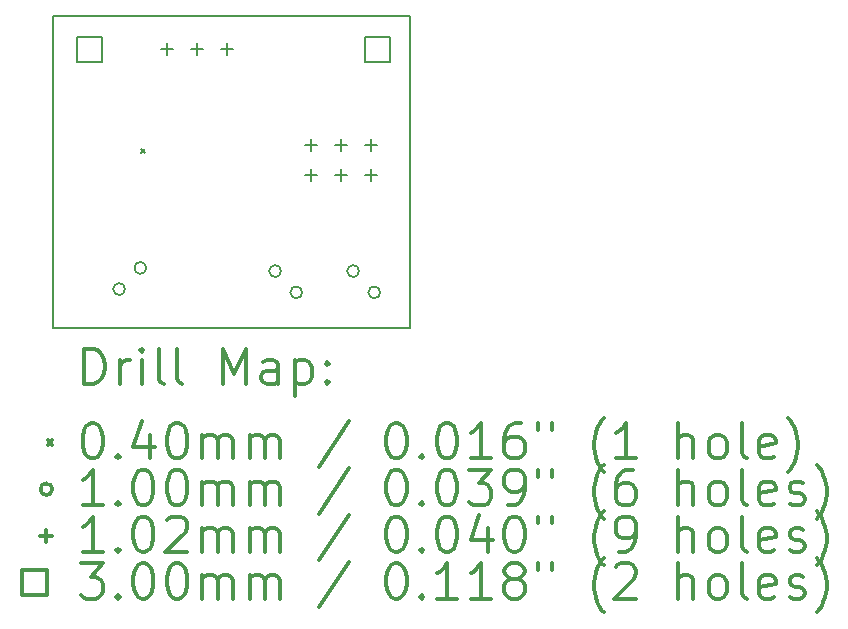
<source format=gbr>
%FSLAX45Y45*%
G04 Gerber Fmt 4.5, Leading zero omitted, Abs format (unit mm)*
G04 Created by KiCad (PCBNEW 4.0.1-stable) date Tuesday, March 29, 2016 'AMt' 12:48:42 AM*
%MOMM*%
G01*
G04 APERTURE LIST*
%ADD10C,0.127000*%
%ADD11C,0.150000*%
%ADD12C,0.200000*%
%ADD13C,0.300000*%
G04 APERTURE END LIST*
D10*
D11*
X12293600Y-9474200D02*
X12293600Y-10185400D01*
X15316200Y-9474200D02*
X12293600Y-9474200D01*
X15316200Y-12115800D02*
X15316200Y-9474200D01*
X12293600Y-12115800D02*
X15316200Y-12115800D01*
X12293600Y-10185400D02*
X12293600Y-12115800D01*
D12*
X13035600Y-10597200D02*
X13075600Y-10637200D01*
X13075600Y-10597200D02*
X13035600Y-10637200D01*
X12902438Y-11785600D02*
G75*
G03X12902438Y-11785600I-50038J0D01*
G01*
X13082043Y-11605995D02*
G75*
G03X13082043Y-11605995I-50038J0D01*
G01*
X14223238Y-11633200D02*
G75*
G03X14223238Y-11633200I-50038J0D01*
G01*
X14402843Y-11812805D02*
G75*
G03X14402843Y-11812805I-50038J0D01*
G01*
X14883638Y-11633200D02*
G75*
G03X14883638Y-11633200I-50038J0D01*
G01*
X15063243Y-11812805D02*
G75*
G03X15063243Y-11812805I-50038J0D01*
G01*
X13258800Y-9702800D02*
X13258800Y-9804400D01*
X13208000Y-9753600D02*
X13309600Y-9753600D01*
X13512800Y-9702800D02*
X13512800Y-9804400D01*
X13462000Y-9753600D02*
X13563600Y-9753600D01*
X13766800Y-9702800D02*
X13766800Y-9804400D01*
X13716000Y-9753600D02*
X13817600Y-9753600D01*
X14478000Y-10515600D02*
X14478000Y-10617200D01*
X14427200Y-10566400D02*
X14528800Y-10566400D01*
X14478000Y-10769600D02*
X14478000Y-10871200D01*
X14427200Y-10820400D02*
X14528800Y-10820400D01*
X14732000Y-10515600D02*
X14732000Y-10617200D01*
X14681200Y-10566400D02*
X14782800Y-10566400D01*
X14732000Y-10769600D02*
X14732000Y-10871200D01*
X14681200Y-10820400D02*
X14782800Y-10820400D01*
X14986000Y-10515600D02*
X14986000Y-10617200D01*
X14935200Y-10566400D02*
X15036800Y-10566400D01*
X14986000Y-10769600D02*
X14986000Y-10871200D01*
X14935200Y-10820400D02*
X15036800Y-10820400D01*
X12704467Y-9859667D02*
X12704467Y-9647533D01*
X12492333Y-9647533D01*
X12492333Y-9859667D01*
X12704467Y-9859667D01*
X15142867Y-9859667D02*
X15142867Y-9647533D01*
X14930733Y-9647533D01*
X14930733Y-9859667D01*
X15142867Y-9859667D01*
D13*
X12557528Y-12589014D02*
X12557528Y-12289014D01*
X12628957Y-12289014D01*
X12671814Y-12303300D01*
X12700386Y-12331871D01*
X12714671Y-12360443D01*
X12728957Y-12417586D01*
X12728957Y-12460443D01*
X12714671Y-12517586D01*
X12700386Y-12546157D01*
X12671814Y-12574729D01*
X12628957Y-12589014D01*
X12557528Y-12589014D01*
X12857528Y-12589014D02*
X12857528Y-12389014D01*
X12857528Y-12446157D02*
X12871814Y-12417586D01*
X12886100Y-12403300D01*
X12914671Y-12389014D01*
X12943243Y-12389014D01*
X13043243Y-12589014D02*
X13043243Y-12389014D01*
X13043243Y-12289014D02*
X13028957Y-12303300D01*
X13043243Y-12317586D01*
X13057528Y-12303300D01*
X13043243Y-12289014D01*
X13043243Y-12317586D01*
X13228957Y-12589014D02*
X13200386Y-12574729D01*
X13186100Y-12546157D01*
X13186100Y-12289014D01*
X13386100Y-12589014D02*
X13357528Y-12574729D01*
X13343243Y-12546157D01*
X13343243Y-12289014D01*
X13728957Y-12589014D02*
X13728957Y-12289014D01*
X13828957Y-12503300D01*
X13928957Y-12289014D01*
X13928957Y-12589014D01*
X14200386Y-12589014D02*
X14200386Y-12431871D01*
X14186100Y-12403300D01*
X14157528Y-12389014D01*
X14100386Y-12389014D01*
X14071814Y-12403300D01*
X14200386Y-12574729D02*
X14171814Y-12589014D01*
X14100386Y-12589014D01*
X14071814Y-12574729D01*
X14057528Y-12546157D01*
X14057528Y-12517586D01*
X14071814Y-12489014D01*
X14100386Y-12474729D01*
X14171814Y-12474729D01*
X14200386Y-12460443D01*
X14343243Y-12389014D02*
X14343243Y-12689014D01*
X14343243Y-12403300D02*
X14371814Y-12389014D01*
X14428957Y-12389014D01*
X14457528Y-12403300D01*
X14471814Y-12417586D01*
X14486100Y-12446157D01*
X14486100Y-12531871D01*
X14471814Y-12560443D01*
X14457528Y-12574729D01*
X14428957Y-12589014D01*
X14371814Y-12589014D01*
X14343243Y-12574729D01*
X14614671Y-12560443D02*
X14628957Y-12574729D01*
X14614671Y-12589014D01*
X14600386Y-12574729D01*
X14614671Y-12560443D01*
X14614671Y-12589014D01*
X14614671Y-12403300D02*
X14628957Y-12417586D01*
X14614671Y-12431871D01*
X14600386Y-12417586D01*
X14614671Y-12403300D01*
X14614671Y-12431871D01*
X12246100Y-13063300D02*
X12286100Y-13103300D01*
X12286100Y-13063300D02*
X12246100Y-13103300D01*
X12614671Y-12919014D02*
X12643243Y-12919014D01*
X12671814Y-12933300D01*
X12686100Y-12947586D01*
X12700386Y-12976157D01*
X12714671Y-13033300D01*
X12714671Y-13104729D01*
X12700386Y-13161871D01*
X12686100Y-13190443D01*
X12671814Y-13204729D01*
X12643243Y-13219014D01*
X12614671Y-13219014D01*
X12586100Y-13204729D01*
X12571814Y-13190443D01*
X12557528Y-13161871D01*
X12543243Y-13104729D01*
X12543243Y-13033300D01*
X12557528Y-12976157D01*
X12571814Y-12947586D01*
X12586100Y-12933300D01*
X12614671Y-12919014D01*
X12843243Y-13190443D02*
X12857528Y-13204729D01*
X12843243Y-13219014D01*
X12828957Y-13204729D01*
X12843243Y-13190443D01*
X12843243Y-13219014D01*
X13114671Y-13019014D02*
X13114671Y-13219014D01*
X13043243Y-12904729D02*
X12971814Y-13119014D01*
X13157528Y-13119014D01*
X13328957Y-12919014D02*
X13357528Y-12919014D01*
X13386100Y-12933300D01*
X13400386Y-12947586D01*
X13414671Y-12976157D01*
X13428957Y-13033300D01*
X13428957Y-13104729D01*
X13414671Y-13161871D01*
X13400386Y-13190443D01*
X13386100Y-13204729D01*
X13357528Y-13219014D01*
X13328957Y-13219014D01*
X13300386Y-13204729D01*
X13286100Y-13190443D01*
X13271814Y-13161871D01*
X13257528Y-13104729D01*
X13257528Y-13033300D01*
X13271814Y-12976157D01*
X13286100Y-12947586D01*
X13300386Y-12933300D01*
X13328957Y-12919014D01*
X13557528Y-13219014D02*
X13557528Y-13019014D01*
X13557528Y-13047586D02*
X13571814Y-13033300D01*
X13600386Y-13019014D01*
X13643243Y-13019014D01*
X13671814Y-13033300D01*
X13686100Y-13061871D01*
X13686100Y-13219014D01*
X13686100Y-13061871D02*
X13700386Y-13033300D01*
X13728957Y-13019014D01*
X13771814Y-13019014D01*
X13800386Y-13033300D01*
X13814671Y-13061871D01*
X13814671Y-13219014D01*
X13957528Y-13219014D02*
X13957528Y-13019014D01*
X13957528Y-13047586D02*
X13971814Y-13033300D01*
X14000386Y-13019014D01*
X14043243Y-13019014D01*
X14071814Y-13033300D01*
X14086100Y-13061871D01*
X14086100Y-13219014D01*
X14086100Y-13061871D02*
X14100386Y-13033300D01*
X14128957Y-13019014D01*
X14171814Y-13019014D01*
X14200386Y-13033300D01*
X14214671Y-13061871D01*
X14214671Y-13219014D01*
X14800386Y-12904729D02*
X14543243Y-13290443D01*
X15186100Y-12919014D02*
X15214671Y-12919014D01*
X15243243Y-12933300D01*
X15257528Y-12947586D01*
X15271814Y-12976157D01*
X15286100Y-13033300D01*
X15286100Y-13104729D01*
X15271814Y-13161871D01*
X15257528Y-13190443D01*
X15243243Y-13204729D01*
X15214671Y-13219014D01*
X15186100Y-13219014D01*
X15157528Y-13204729D01*
X15143243Y-13190443D01*
X15128957Y-13161871D01*
X15114671Y-13104729D01*
X15114671Y-13033300D01*
X15128957Y-12976157D01*
X15143243Y-12947586D01*
X15157528Y-12933300D01*
X15186100Y-12919014D01*
X15414671Y-13190443D02*
X15428957Y-13204729D01*
X15414671Y-13219014D01*
X15400386Y-13204729D01*
X15414671Y-13190443D01*
X15414671Y-13219014D01*
X15614671Y-12919014D02*
X15643243Y-12919014D01*
X15671814Y-12933300D01*
X15686100Y-12947586D01*
X15700385Y-12976157D01*
X15714671Y-13033300D01*
X15714671Y-13104729D01*
X15700385Y-13161871D01*
X15686100Y-13190443D01*
X15671814Y-13204729D01*
X15643243Y-13219014D01*
X15614671Y-13219014D01*
X15586100Y-13204729D01*
X15571814Y-13190443D01*
X15557528Y-13161871D01*
X15543243Y-13104729D01*
X15543243Y-13033300D01*
X15557528Y-12976157D01*
X15571814Y-12947586D01*
X15586100Y-12933300D01*
X15614671Y-12919014D01*
X16000385Y-13219014D02*
X15828957Y-13219014D01*
X15914671Y-13219014D02*
X15914671Y-12919014D01*
X15886100Y-12961871D01*
X15857528Y-12990443D01*
X15828957Y-13004729D01*
X16257528Y-12919014D02*
X16200385Y-12919014D01*
X16171814Y-12933300D01*
X16157528Y-12947586D01*
X16128957Y-12990443D01*
X16114671Y-13047586D01*
X16114671Y-13161871D01*
X16128957Y-13190443D01*
X16143243Y-13204729D01*
X16171814Y-13219014D01*
X16228957Y-13219014D01*
X16257528Y-13204729D01*
X16271814Y-13190443D01*
X16286100Y-13161871D01*
X16286100Y-13090443D01*
X16271814Y-13061871D01*
X16257528Y-13047586D01*
X16228957Y-13033300D01*
X16171814Y-13033300D01*
X16143243Y-13047586D01*
X16128957Y-13061871D01*
X16114671Y-13090443D01*
X16400386Y-12919014D02*
X16400386Y-12976157D01*
X16514671Y-12919014D02*
X16514671Y-12976157D01*
X16957528Y-13333300D02*
X16943243Y-13319014D01*
X16914671Y-13276157D01*
X16900386Y-13247586D01*
X16886100Y-13204729D01*
X16871814Y-13133300D01*
X16871814Y-13076157D01*
X16886100Y-13004729D01*
X16900386Y-12961871D01*
X16914671Y-12933300D01*
X16943243Y-12890443D01*
X16957528Y-12876157D01*
X17228957Y-13219014D02*
X17057528Y-13219014D01*
X17143243Y-13219014D02*
X17143243Y-12919014D01*
X17114671Y-12961871D01*
X17086100Y-12990443D01*
X17057528Y-13004729D01*
X17586100Y-13219014D02*
X17586100Y-12919014D01*
X17714671Y-13219014D02*
X17714671Y-13061871D01*
X17700386Y-13033300D01*
X17671814Y-13019014D01*
X17628957Y-13019014D01*
X17600386Y-13033300D01*
X17586100Y-13047586D01*
X17900386Y-13219014D02*
X17871814Y-13204729D01*
X17857528Y-13190443D01*
X17843243Y-13161871D01*
X17843243Y-13076157D01*
X17857528Y-13047586D01*
X17871814Y-13033300D01*
X17900386Y-13019014D01*
X17943243Y-13019014D01*
X17971814Y-13033300D01*
X17986100Y-13047586D01*
X18000386Y-13076157D01*
X18000386Y-13161871D01*
X17986100Y-13190443D01*
X17971814Y-13204729D01*
X17943243Y-13219014D01*
X17900386Y-13219014D01*
X18171814Y-13219014D02*
X18143243Y-13204729D01*
X18128957Y-13176157D01*
X18128957Y-12919014D01*
X18400386Y-13204729D02*
X18371814Y-13219014D01*
X18314671Y-13219014D01*
X18286100Y-13204729D01*
X18271814Y-13176157D01*
X18271814Y-13061871D01*
X18286100Y-13033300D01*
X18314671Y-13019014D01*
X18371814Y-13019014D01*
X18400386Y-13033300D01*
X18414671Y-13061871D01*
X18414671Y-13090443D01*
X18271814Y-13119014D01*
X18514671Y-13333300D02*
X18528957Y-13319014D01*
X18557529Y-13276157D01*
X18571814Y-13247586D01*
X18586100Y-13204729D01*
X18600386Y-13133300D01*
X18600386Y-13076157D01*
X18586100Y-13004729D01*
X18571814Y-12961871D01*
X18557529Y-12933300D01*
X18528957Y-12890443D01*
X18514671Y-12876157D01*
X12286100Y-13479300D02*
G75*
G03X12286100Y-13479300I-50038J0D01*
G01*
X12714671Y-13615014D02*
X12543243Y-13615014D01*
X12628957Y-13615014D02*
X12628957Y-13315014D01*
X12600386Y-13357871D01*
X12571814Y-13386443D01*
X12543243Y-13400729D01*
X12843243Y-13586443D02*
X12857528Y-13600729D01*
X12843243Y-13615014D01*
X12828957Y-13600729D01*
X12843243Y-13586443D01*
X12843243Y-13615014D01*
X13043243Y-13315014D02*
X13071814Y-13315014D01*
X13100386Y-13329300D01*
X13114671Y-13343586D01*
X13128957Y-13372157D01*
X13143243Y-13429300D01*
X13143243Y-13500729D01*
X13128957Y-13557871D01*
X13114671Y-13586443D01*
X13100386Y-13600729D01*
X13071814Y-13615014D01*
X13043243Y-13615014D01*
X13014671Y-13600729D01*
X13000386Y-13586443D01*
X12986100Y-13557871D01*
X12971814Y-13500729D01*
X12971814Y-13429300D01*
X12986100Y-13372157D01*
X13000386Y-13343586D01*
X13014671Y-13329300D01*
X13043243Y-13315014D01*
X13328957Y-13315014D02*
X13357528Y-13315014D01*
X13386100Y-13329300D01*
X13400386Y-13343586D01*
X13414671Y-13372157D01*
X13428957Y-13429300D01*
X13428957Y-13500729D01*
X13414671Y-13557871D01*
X13400386Y-13586443D01*
X13386100Y-13600729D01*
X13357528Y-13615014D01*
X13328957Y-13615014D01*
X13300386Y-13600729D01*
X13286100Y-13586443D01*
X13271814Y-13557871D01*
X13257528Y-13500729D01*
X13257528Y-13429300D01*
X13271814Y-13372157D01*
X13286100Y-13343586D01*
X13300386Y-13329300D01*
X13328957Y-13315014D01*
X13557528Y-13615014D02*
X13557528Y-13415014D01*
X13557528Y-13443586D02*
X13571814Y-13429300D01*
X13600386Y-13415014D01*
X13643243Y-13415014D01*
X13671814Y-13429300D01*
X13686100Y-13457871D01*
X13686100Y-13615014D01*
X13686100Y-13457871D02*
X13700386Y-13429300D01*
X13728957Y-13415014D01*
X13771814Y-13415014D01*
X13800386Y-13429300D01*
X13814671Y-13457871D01*
X13814671Y-13615014D01*
X13957528Y-13615014D02*
X13957528Y-13415014D01*
X13957528Y-13443586D02*
X13971814Y-13429300D01*
X14000386Y-13415014D01*
X14043243Y-13415014D01*
X14071814Y-13429300D01*
X14086100Y-13457871D01*
X14086100Y-13615014D01*
X14086100Y-13457871D02*
X14100386Y-13429300D01*
X14128957Y-13415014D01*
X14171814Y-13415014D01*
X14200386Y-13429300D01*
X14214671Y-13457871D01*
X14214671Y-13615014D01*
X14800386Y-13300729D02*
X14543243Y-13686443D01*
X15186100Y-13315014D02*
X15214671Y-13315014D01*
X15243243Y-13329300D01*
X15257528Y-13343586D01*
X15271814Y-13372157D01*
X15286100Y-13429300D01*
X15286100Y-13500729D01*
X15271814Y-13557871D01*
X15257528Y-13586443D01*
X15243243Y-13600729D01*
X15214671Y-13615014D01*
X15186100Y-13615014D01*
X15157528Y-13600729D01*
X15143243Y-13586443D01*
X15128957Y-13557871D01*
X15114671Y-13500729D01*
X15114671Y-13429300D01*
X15128957Y-13372157D01*
X15143243Y-13343586D01*
X15157528Y-13329300D01*
X15186100Y-13315014D01*
X15414671Y-13586443D02*
X15428957Y-13600729D01*
X15414671Y-13615014D01*
X15400386Y-13600729D01*
X15414671Y-13586443D01*
X15414671Y-13615014D01*
X15614671Y-13315014D02*
X15643243Y-13315014D01*
X15671814Y-13329300D01*
X15686100Y-13343586D01*
X15700385Y-13372157D01*
X15714671Y-13429300D01*
X15714671Y-13500729D01*
X15700385Y-13557871D01*
X15686100Y-13586443D01*
X15671814Y-13600729D01*
X15643243Y-13615014D01*
X15614671Y-13615014D01*
X15586100Y-13600729D01*
X15571814Y-13586443D01*
X15557528Y-13557871D01*
X15543243Y-13500729D01*
X15543243Y-13429300D01*
X15557528Y-13372157D01*
X15571814Y-13343586D01*
X15586100Y-13329300D01*
X15614671Y-13315014D01*
X15814671Y-13315014D02*
X16000385Y-13315014D01*
X15900385Y-13429300D01*
X15943243Y-13429300D01*
X15971814Y-13443586D01*
X15986100Y-13457871D01*
X16000385Y-13486443D01*
X16000385Y-13557871D01*
X15986100Y-13586443D01*
X15971814Y-13600729D01*
X15943243Y-13615014D01*
X15857528Y-13615014D01*
X15828957Y-13600729D01*
X15814671Y-13586443D01*
X16143243Y-13615014D02*
X16200385Y-13615014D01*
X16228957Y-13600729D01*
X16243243Y-13586443D01*
X16271814Y-13543586D01*
X16286100Y-13486443D01*
X16286100Y-13372157D01*
X16271814Y-13343586D01*
X16257528Y-13329300D01*
X16228957Y-13315014D01*
X16171814Y-13315014D01*
X16143243Y-13329300D01*
X16128957Y-13343586D01*
X16114671Y-13372157D01*
X16114671Y-13443586D01*
X16128957Y-13472157D01*
X16143243Y-13486443D01*
X16171814Y-13500729D01*
X16228957Y-13500729D01*
X16257528Y-13486443D01*
X16271814Y-13472157D01*
X16286100Y-13443586D01*
X16400386Y-13315014D02*
X16400386Y-13372157D01*
X16514671Y-13315014D02*
X16514671Y-13372157D01*
X16957528Y-13729300D02*
X16943243Y-13715014D01*
X16914671Y-13672157D01*
X16900386Y-13643586D01*
X16886100Y-13600729D01*
X16871814Y-13529300D01*
X16871814Y-13472157D01*
X16886100Y-13400729D01*
X16900386Y-13357871D01*
X16914671Y-13329300D01*
X16943243Y-13286443D01*
X16957528Y-13272157D01*
X17200386Y-13315014D02*
X17143243Y-13315014D01*
X17114671Y-13329300D01*
X17100386Y-13343586D01*
X17071814Y-13386443D01*
X17057528Y-13443586D01*
X17057528Y-13557871D01*
X17071814Y-13586443D01*
X17086100Y-13600729D01*
X17114671Y-13615014D01*
X17171814Y-13615014D01*
X17200386Y-13600729D01*
X17214671Y-13586443D01*
X17228957Y-13557871D01*
X17228957Y-13486443D01*
X17214671Y-13457871D01*
X17200386Y-13443586D01*
X17171814Y-13429300D01*
X17114671Y-13429300D01*
X17086100Y-13443586D01*
X17071814Y-13457871D01*
X17057528Y-13486443D01*
X17586100Y-13615014D02*
X17586100Y-13315014D01*
X17714671Y-13615014D02*
X17714671Y-13457871D01*
X17700386Y-13429300D01*
X17671814Y-13415014D01*
X17628957Y-13415014D01*
X17600386Y-13429300D01*
X17586100Y-13443586D01*
X17900386Y-13615014D02*
X17871814Y-13600729D01*
X17857528Y-13586443D01*
X17843243Y-13557871D01*
X17843243Y-13472157D01*
X17857528Y-13443586D01*
X17871814Y-13429300D01*
X17900386Y-13415014D01*
X17943243Y-13415014D01*
X17971814Y-13429300D01*
X17986100Y-13443586D01*
X18000386Y-13472157D01*
X18000386Y-13557871D01*
X17986100Y-13586443D01*
X17971814Y-13600729D01*
X17943243Y-13615014D01*
X17900386Y-13615014D01*
X18171814Y-13615014D02*
X18143243Y-13600729D01*
X18128957Y-13572157D01*
X18128957Y-13315014D01*
X18400386Y-13600729D02*
X18371814Y-13615014D01*
X18314671Y-13615014D01*
X18286100Y-13600729D01*
X18271814Y-13572157D01*
X18271814Y-13457871D01*
X18286100Y-13429300D01*
X18314671Y-13415014D01*
X18371814Y-13415014D01*
X18400386Y-13429300D01*
X18414671Y-13457871D01*
X18414671Y-13486443D01*
X18271814Y-13515014D01*
X18528957Y-13600729D02*
X18557529Y-13615014D01*
X18614671Y-13615014D01*
X18643243Y-13600729D01*
X18657529Y-13572157D01*
X18657529Y-13557871D01*
X18643243Y-13529300D01*
X18614671Y-13515014D01*
X18571814Y-13515014D01*
X18543243Y-13500729D01*
X18528957Y-13472157D01*
X18528957Y-13457871D01*
X18543243Y-13429300D01*
X18571814Y-13415014D01*
X18614671Y-13415014D01*
X18643243Y-13429300D01*
X18757528Y-13729300D02*
X18771814Y-13715014D01*
X18800386Y-13672157D01*
X18814671Y-13643586D01*
X18828957Y-13600729D01*
X18843243Y-13529300D01*
X18843243Y-13472157D01*
X18828957Y-13400729D01*
X18814671Y-13357871D01*
X18800386Y-13329300D01*
X18771814Y-13286443D01*
X18757528Y-13272157D01*
X12235300Y-13824500D02*
X12235300Y-13926100D01*
X12184500Y-13875300D02*
X12286100Y-13875300D01*
X12714671Y-14011014D02*
X12543243Y-14011014D01*
X12628957Y-14011014D02*
X12628957Y-13711014D01*
X12600386Y-13753871D01*
X12571814Y-13782443D01*
X12543243Y-13796729D01*
X12843243Y-13982443D02*
X12857528Y-13996729D01*
X12843243Y-14011014D01*
X12828957Y-13996729D01*
X12843243Y-13982443D01*
X12843243Y-14011014D01*
X13043243Y-13711014D02*
X13071814Y-13711014D01*
X13100386Y-13725300D01*
X13114671Y-13739586D01*
X13128957Y-13768157D01*
X13143243Y-13825300D01*
X13143243Y-13896729D01*
X13128957Y-13953871D01*
X13114671Y-13982443D01*
X13100386Y-13996729D01*
X13071814Y-14011014D01*
X13043243Y-14011014D01*
X13014671Y-13996729D01*
X13000386Y-13982443D01*
X12986100Y-13953871D01*
X12971814Y-13896729D01*
X12971814Y-13825300D01*
X12986100Y-13768157D01*
X13000386Y-13739586D01*
X13014671Y-13725300D01*
X13043243Y-13711014D01*
X13257528Y-13739586D02*
X13271814Y-13725300D01*
X13300386Y-13711014D01*
X13371814Y-13711014D01*
X13400386Y-13725300D01*
X13414671Y-13739586D01*
X13428957Y-13768157D01*
X13428957Y-13796729D01*
X13414671Y-13839586D01*
X13243243Y-14011014D01*
X13428957Y-14011014D01*
X13557528Y-14011014D02*
X13557528Y-13811014D01*
X13557528Y-13839586D02*
X13571814Y-13825300D01*
X13600386Y-13811014D01*
X13643243Y-13811014D01*
X13671814Y-13825300D01*
X13686100Y-13853871D01*
X13686100Y-14011014D01*
X13686100Y-13853871D02*
X13700386Y-13825300D01*
X13728957Y-13811014D01*
X13771814Y-13811014D01*
X13800386Y-13825300D01*
X13814671Y-13853871D01*
X13814671Y-14011014D01*
X13957528Y-14011014D02*
X13957528Y-13811014D01*
X13957528Y-13839586D02*
X13971814Y-13825300D01*
X14000386Y-13811014D01*
X14043243Y-13811014D01*
X14071814Y-13825300D01*
X14086100Y-13853871D01*
X14086100Y-14011014D01*
X14086100Y-13853871D02*
X14100386Y-13825300D01*
X14128957Y-13811014D01*
X14171814Y-13811014D01*
X14200386Y-13825300D01*
X14214671Y-13853871D01*
X14214671Y-14011014D01*
X14800386Y-13696729D02*
X14543243Y-14082443D01*
X15186100Y-13711014D02*
X15214671Y-13711014D01*
X15243243Y-13725300D01*
X15257528Y-13739586D01*
X15271814Y-13768157D01*
X15286100Y-13825300D01*
X15286100Y-13896729D01*
X15271814Y-13953871D01*
X15257528Y-13982443D01*
X15243243Y-13996729D01*
X15214671Y-14011014D01*
X15186100Y-14011014D01*
X15157528Y-13996729D01*
X15143243Y-13982443D01*
X15128957Y-13953871D01*
X15114671Y-13896729D01*
X15114671Y-13825300D01*
X15128957Y-13768157D01*
X15143243Y-13739586D01*
X15157528Y-13725300D01*
X15186100Y-13711014D01*
X15414671Y-13982443D02*
X15428957Y-13996729D01*
X15414671Y-14011014D01*
X15400386Y-13996729D01*
X15414671Y-13982443D01*
X15414671Y-14011014D01*
X15614671Y-13711014D02*
X15643243Y-13711014D01*
X15671814Y-13725300D01*
X15686100Y-13739586D01*
X15700385Y-13768157D01*
X15714671Y-13825300D01*
X15714671Y-13896729D01*
X15700385Y-13953871D01*
X15686100Y-13982443D01*
X15671814Y-13996729D01*
X15643243Y-14011014D01*
X15614671Y-14011014D01*
X15586100Y-13996729D01*
X15571814Y-13982443D01*
X15557528Y-13953871D01*
X15543243Y-13896729D01*
X15543243Y-13825300D01*
X15557528Y-13768157D01*
X15571814Y-13739586D01*
X15586100Y-13725300D01*
X15614671Y-13711014D01*
X15971814Y-13811014D02*
X15971814Y-14011014D01*
X15900385Y-13696729D02*
X15828957Y-13911014D01*
X16014671Y-13911014D01*
X16186100Y-13711014D02*
X16214671Y-13711014D01*
X16243243Y-13725300D01*
X16257528Y-13739586D01*
X16271814Y-13768157D01*
X16286100Y-13825300D01*
X16286100Y-13896729D01*
X16271814Y-13953871D01*
X16257528Y-13982443D01*
X16243243Y-13996729D01*
X16214671Y-14011014D01*
X16186100Y-14011014D01*
X16157528Y-13996729D01*
X16143243Y-13982443D01*
X16128957Y-13953871D01*
X16114671Y-13896729D01*
X16114671Y-13825300D01*
X16128957Y-13768157D01*
X16143243Y-13739586D01*
X16157528Y-13725300D01*
X16186100Y-13711014D01*
X16400386Y-13711014D02*
X16400386Y-13768157D01*
X16514671Y-13711014D02*
X16514671Y-13768157D01*
X16957528Y-14125300D02*
X16943243Y-14111014D01*
X16914671Y-14068157D01*
X16900386Y-14039586D01*
X16886100Y-13996729D01*
X16871814Y-13925300D01*
X16871814Y-13868157D01*
X16886100Y-13796729D01*
X16900386Y-13753871D01*
X16914671Y-13725300D01*
X16943243Y-13682443D01*
X16957528Y-13668157D01*
X17086100Y-14011014D02*
X17143243Y-14011014D01*
X17171814Y-13996729D01*
X17186100Y-13982443D01*
X17214671Y-13939586D01*
X17228957Y-13882443D01*
X17228957Y-13768157D01*
X17214671Y-13739586D01*
X17200386Y-13725300D01*
X17171814Y-13711014D01*
X17114671Y-13711014D01*
X17086100Y-13725300D01*
X17071814Y-13739586D01*
X17057528Y-13768157D01*
X17057528Y-13839586D01*
X17071814Y-13868157D01*
X17086100Y-13882443D01*
X17114671Y-13896729D01*
X17171814Y-13896729D01*
X17200386Y-13882443D01*
X17214671Y-13868157D01*
X17228957Y-13839586D01*
X17586100Y-14011014D02*
X17586100Y-13711014D01*
X17714671Y-14011014D02*
X17714671Y-13853871D01*
X17700386Y-13825300D01*
X17671814Y-13811014D01*
X17628957Y-13811014D01*
X17600386Y-13825300D01*
X17586100Y-13839586D01*
X17900386Y-14011014D02*
X17871814Y-13996729D01*
X17857528Y-13982443D01*
X17843243Y-13953871D01*
X17843243Y-13868157D01*
X17857528Y-13839586D01*
X17871814Y-13825300D01*
X17900386Y-13811014D01*
X17943243Y-13811014D01*
X17971814Y-13825300D01*
X17986100Y-13839586D01*
X18000386Y-13868157D01*
X18000386Y-13953871D01*
X17986100Y-13982443D01*
X17971814Y-13996729D01*
X17943243Y-14011014D01*
X17900386Y-14011014D01*
X18171814Y-14011014D02*
X18143243Y-13996729D01*
X18128957Y-13968157D01*
X18128957Y-13711014D01*
X18400386Y-13996729D02*
X18371814Y-14011014D01*
X18314671Y-14011014D01*
X18286100Y-13996729D01*
X18271814Y-13968157D01*
X18271814Y-13853871D01*
X18286100Y-13825300D01*
X18314671Y-13811014D01*
X18371814Y-13811014D01*
X18400386Y-13825300D01*
X18414671Y-13853871D01*
X18414671Y-13882443D01*
X18271814Y-13911014D01*
X18528957Y-13996729D02*
X18557529Y-14011014D01*
X18614671Y-14011014D01*
X18643243Y-13996729D01*
X18657529Y-13968157D01*
X18657529Y-13953871D01*
X18643243Y-13925300D01*
X18614671Y-13911014D01*
X18571814Y-13911014D01*
X18543243Y-13896729D01*
X18528957Y-13868157D01*
X18528957Y-13853871D01*
X18543243Y-13825300D01*
X18571814Y-13811014D01*
X18614671Y-13811014D01*
X18643243Y-13825300D01*
X18757528Y-14125300D02*
X18771814Y-14111014D01*
X18800386Y-14068157D01*
X18814671Y-14039586D01*
X18828957Y-13996729D01*
X18843243Y-13925300D01*
X18843243Y-13868157D01*
X18828957Y-13796729D01*
X18814671Y-13753871D01*
X18800386Y-13725300D01*
X18771814Y-13682443D01*
X18757528Y-13668157D01*
X12242167Y-14377367D02*
X12242167Y-14165233D01*
X12030033Y-14165233D01*
X12030033Y-14377367D01*
X12242167Y-14377367D01*
X12528957Y-14107014D02*
X12714671Y-14107014D01*
X12614671Y-14221300D01*
X12657528Y-14221300D01*
X12686100Y-14235586D01*
X12700386Y-14249871D01*
X12714671Y-14278443D01*
X12714671Y-14349871D01*
X12700386Y-14378443D01*
X12686100Y-14392729D01*
X12657528Y-14407014D01*
X12571814Y-14407014D01*
X12543243Y-14392729D01*
X12528957Y-14378443D01*
X12843243Y-14378443D02*
X12857528Y-14392729D01*
X12843243Y-14407014D01*
X12828957Y-14392729D01*
X12843243Y-14378443D01*
X12843243Y-14407014D01*
X13043243Y-14107014D02*
X13071814Y-14107014D01*
X13100386Y-14121300D01*
X13114671Y-14135586D01*
X13128957Y-14164157D01*
X13143243Y-14221300D01*
X13143243Y-14292729D01*
X13128957Y-14349871D01*
X13114671Y-14378443D01*
X13100386Y-14392729D01*
X13071814Y-14407014D01*
X13043243Y-14407014D01*
X13014671Y-14392729D01*
X13000386Y-14378443D01*
X12986100Y-14349871D01*
X12971814Y-14292729D01*
X12971814Y-14221300D01*
X12986100Y-14164157D01*
X13000386Y-14135586D01*
X13014671Y-14121300D01*
X13043243Y-14107014D01*
X13328957Y-14107014D02*
X13357528Y-14107014D01*
X13386100Y-14121300D01*
X13400386Y-14135586D01*
X13414671Y-14164157D01*
X13428957Y-14221300D01*
X13428957Y-14292729D01*
X13414671Y-14349871D01*
X13400386Y-14378443D01*
X13386100Y-14392729D01*
X13357528Y-14407014D01*
X13328957Y-14407014D01*
X13300386Y-14392729D01*
X13286100Y-14378443D01*
X13271814Y-14349871D01*
X13257528Y-14292729D01*
X13257528Y-14221300D01*
X13271814Y-14164157D01*
X13286100Y-14135586D01*
X13300386Y-14121300D01*
X13328957Y-14107014D01*
X13557528Y-14407014D02*
X13557528Y-14207014D01*
X13557528Y-14235586D02*
X13571814Y-14221300D01*
X13600386Y-14207014D01*
X13643243Y-14207014D01*
X13671814Y-14221300D01*
X13686100Y-14249871D01*
X13686100Y-14407014D01*
X13686100Y-14249871D02*
X13700386Y-14221300D01*
X13728957Y-14207014D01*
X13771814Y-14207014D01*
X13800386Y-14221300D01*
X13814671Y-14249871D01*
X13814671Y-14407014D01*
X13957528Y-14407014D02*
X13957528Y-14207014D01*
X13957528Y-14235586D02*
X13971814Y-14221300D01*
X14000386Y-14207014D01*
X14043243Y-14207014D01*
X14071814Y-14221300D01*
X14086100Y-14249871D01*
X14086100Y-14407014D01*
X14086100Y-14249871D02*
X14100386Y-14221300D01*
X14128957Y-14207014D01*
X14171814Y-14207014D01*
X14200386Y-14221300D01*
X14214671Y-14249871D01*
X14214671Y-14407014D01*
X14800386Y-14092729D02*
X14543243Y-14478443D01*
X15186100Y-14107014D02*
X15214671Y-14107014D01*
X15243243Y-14121300D01*
X15257528Y-14135586D01*
X15271814Y-14164157D01*
X15286100Y-14221300D01*
X15286100Y-14292729D01*
X15271814Y-14349871D01*
X15257528Y-14378443D01*
X15243243Y-14392729D01*
X15214671Y-14407014D01*
X15186100Y-14407014D01*
X15157528Y-14392729D01*
X15143243Y-14378443D01*
X15128957Y-14349871D01*
X15114671Y-14292729D01*
X15114671Y-14221300D01*
X15128957Y-14164157D01*
X15143243Y-14135586D01*
X15157528Y-14121300D01*
X15186100Y-14107014D01*
X15414671Y-14378443D02*
X15428957Y-14392729D01*
X15414671Y-14407014D01*
X15400386Y-14392729D01*
X15414671Y-14378443D01*
X15414671Y-14407014D01*
X15714671Y-14407014D02*
X15543243Y-14407014D01*
X15628957Y-14407014D02*
X15628957Y-14107014D01*
X15600385Y-14149871D01*
X15571814Y-14178443D01*
X15543243Y-14192729D01*
X16000385Y-14407014D02*
X15828957Y-14407014D01*
X15914671Y-14407014D02*
X15914671Y-14107014D01*
X15886100Y-14149871D01*
X15857528Y-14178443D01*
X15828957Y-14192729D01*
X16171814Y-14235586D02*
X16143243Y-14221300D01*
X16128957Y-14207014D01*
X16114671Y-14178443D01*
X16114671Y-14164157D01*
X16128957Y-14135586D01*
X16143243Y-14121300D01*
X16171814Y-14107014D01*
X16228957Y-14107014D01*
X16257528Y-14121300D01*
X16271814Y-14135586D01*
X16286100Y-14164157D01*
X16286100Y-14178443D01*
X16271814Y-14207014D01*
X16257528Y-14221300D01*
X16228957Y-14235586D01*
X16171814Y-14235586D01*
X16143243Y-14249871D01*
X16128957Y-14264157D01*
X16114671Y-14292729D01*
X16114671Y-14349871D01*
X16128957Y-14378443D01*
X16143243Y-14392729D01*
X16171814Y-14407014D01*
X16228957Y-14407014D01*
X16257528Y-14392729D01*
X16271814Y-14378443D01*
X16286100Y-14349871D01*
X16286100Y-14292729D01*
X16271814Y-14264157D01*
X16257528Y-14249871D01*
X16228957Y-14235586D01*
X16400386Y-14107014D02*
X16400386Y-14164157D01*
X16514671Y-14107014D02*
X16514671Y-14164157D01*
X16957528Y-14521300D02*
X16943243Y-14507014D01*
X16914671Y-14464157D01*
X16900386Y-14435586D01*
X16886100Y-14392729D01*
X16871814Y-14321300D01*
X16871814Y-14264157D01*
X16886100Y-14192729D01*
X16900386Y-14149871D01*
X16914671Y-14121300D01*
X16943243Y-14078443D01*
X16957528Y-14064157D01*
X17057528Y-14135586D02*
X17071814Y-14121300D01*
X17100386Y-14107014D01*
X17171814Y-14107014D01*
X17200386Y-14121300D01*
X17214671Y-14135586D01*
X17228957Y-14164157D01*
X17228957Y-14192729D01*
X17214671Y-14235586D01*
X17043243Y-14407014D01*
X17228957Y-14407014D01*
X17586100Y-14407014D02*
X17586100Y-14107014D01*
X17714671Y-14407014D02*
X17714671Y-14249871D01*
X17700386Y-14221300D01*
X17671814Y-14207014D01*
X17628957Y-14207014D01*
X17600386Y-14221300D01*
X17586100Y-14235586D01*
X17900386Y-14407014D02*
X17871814Y-14392729D01*
X17857528Y-14378443D01*
X17843243Y-14349871D01*
X17843243Y-14264157D01*
X17857528Y-14235586D01*
X17871814Y-14221300D01*
X17900386Y-14207014D01*
X17943243Y-14207014D01*
X17971814Y-14221300D01*
X17986100Y-14235586D01*
X18000386Y-14264157D01*
X18000386Y-14349871D01*
X17986100Y-14378443D01*
X17971814Y-14392729D01*
X17943243Y-14407014D01*
X17900386Y-14407014D01*
X18171814Y-14407014D02*
X18143243Y-14392729D01*
X18128957Y-14364157D01*
X18128957Y-14107014D01*
X18400386Y-14392729D02*
X18371814Y-14407014D01*
X18314671Y-14407014D01*
X18286100Y-14392729D01*
X18271814Y-14364157D01*
X18271814Y-14249871D01*
X18286100Y-14221300D01*
X18314671Y-14207014D01*
X18371814Y-14207014D01*
X18400386Y-14221300D01*
X18414671Y-14249871D01*
X18414671Y-14278443D01*
X18271814Y-14307014D01*
X18528957Y-14392729D02*
X18557529Y-14407014D01*
X18614671Y-14407014D01*
X18643243Y-14392729D01*
X18657529Y-14364157D01*
X18657529Y-14349871D01*
X18643243Y-14321300D01*
X18614671Y-14307014D01*
X18571814Y-14307014D01*
X18543243Y-14292729D01*
X18528957Y-14264157D01*
X18528957Y-14249871D01*
X18543243Y-14221300D01*
X18571814Y-14207014D01*
X18614671Y-14207014D01*
X18643243Y-14221300D01*
X18757528Y-14521300D02*
X18771814Y-14507014D01*
X18800386Y-14464157D01*
X18814671Y-14435586D01*
X18828957Y-14392729D01*
X18843243Y-14321300D01*
X18843243Y-14264157D01*
X18828957Y-14192729D01*
X18814671Y-14149871D01*
X18800386Y-14121300D01*
X18771814Y-14078443D01*
X18757528Y-14064157D01*
M02*

</source>
